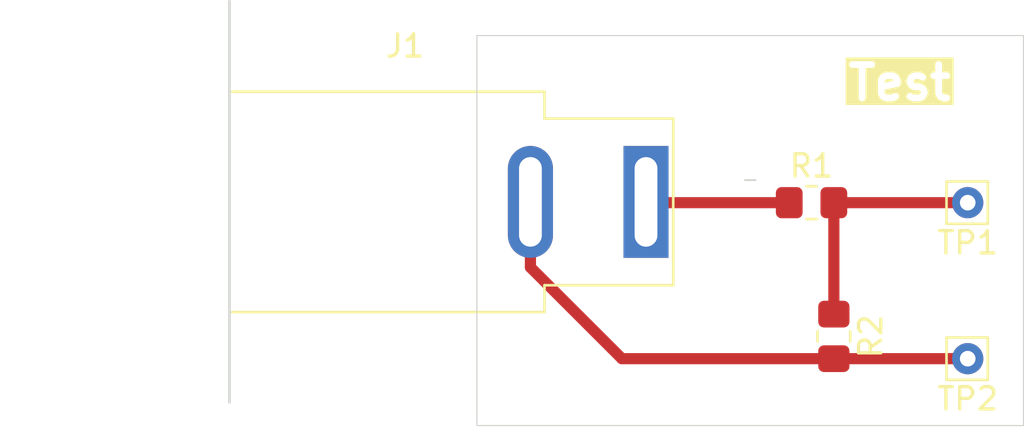
<source format=kicad_pcb>
(kicad_pcb (version 20240108) (generator "pcbnew") (generator_version "8.0")
  (layers (0 "F.Cu" signal) (31 "B.Cu" signal) (34 "B.Paste" user) (35 "F.Paste" user) (36 "B.SilkS" user "B.Silkscreen") (37 "F.SilkS" user "F.Silkscreen") (38 "B.Mask" user) (39 "F.Mask" user) (44 "Edge.Cuts" user))
  (net 0 "")
  (net 1 "Net-(R1-Pad2)")
  (net 2 "GND")
  (net 3 "Net-(J1-Pad1)")
  (footprint "Resistor_SMD:R_0805_2012Metric_Pad1.20x1.40mm_HandSolder" (layer "F.Cu") (at 164 99 -90)
    (property "Reference" "R2" (at 0 -1.65 90) (layer "F.SilkS"))
    (property "Value" "R")
    (fp_line (start -0.227064 0.735) (end 0.227064 0.735) (stroke (width 0.12)) (layer "F.SilkS"))
    (fp_line (start -0.227064 -0.735) (end 0.227064 -0.735) (stroke (width 0.12)) (layer "F.SilkS"))
    (pad "1" smd roundrect (at -1 0 270) (size 1.2 1.4) (layers "F.Cu" "F.Paste" "F.Mask") (roundrect_rratio 0.208333) (net 1 "Net-(R1-Pad2)"))
    (pad "2" smd roundrect (at 1 0 270) (size 1.2 1.4) (layers "F.Cu" "F.Paste" "F.Mask") (roundrect_rratio 0.208333) (net 2 "GND"))
  )
  (footprint "Resistor_SMD:R_0805_2012Metric_Pad1.20x1.40mm_HandSolder" (layer "F.Cu") (at 163 93)
    (property "Reference" "R1" (at 0 -1.65 360) (layer "F.SilkS"))
    (property "Value" "R")
    (fp_line (start -0.227064 -0.735) (end 0.227064 -0.735) (stroke (width 0.12)) (layer "F.SilkS"))
    (fp_line (start -0.227064 0.735) (end 0.227064 0.735) (stroke (width 0.12)) (layer "F.SilkS"))
    (pad "1" smd roundrect (at -1 0) (size 1.2 1.4) (layers "F.Cu" "F.Paste" "F.Mask") (roundrect_rratio 0.208333) (net 3 "Net-(J1-Pad1)"))
    (pad "2" smd roundrect (at 1 0) (size 1.2 1.4) (layers "F.Cu" "F.Paste" "F.Mask") (roundrect_rratio 0.208333) (net 1 "Net-(R1-Pad2)"))
  )
  (footprint "Connector_Pin:Pin_D0.7mm_L6.5mm_W1.8mm_FlatFork" (layer "F.Cu") (at 170 100)
    (property "Reference" "TP2" (at 0 1.8 0) (layer "F.SilkS"))
    (property "Value" "GND")
    (fp_line (start -0.95 -0.95) (end -0.95 0.95) (stroke (width 0.12)) (layer "F.SilkS"))
    (fp_line (start -0.95 0.95) (end 0.9 0.95) (stroke (width 0.12)) (layer "F.SilkS"))
    (fp_line (start 0.9 -0.95) (end -0.95 -0.95) (stroke (width 0.12)) (layer "F.SilkS"))
    (fp_line (start 0.9 -0.9) (end 0.9 -0.95) (stroke (width 0.12)) (layer "F.SilkS"))
    (fp_line (start 0.9 0.95) (end 0.9 -0.9) (stroke (width 0.12)) (layer "F.SilkS"))
    (pad "1" thru_hole circle (at 0 0) (size 1.4 1.4) (drill 0.7) (layers "*.Cu" "*.Mask") (net 2 "GND"))
  )
  (footprint "Connector_BarrelJack:BarrelJack_SwitchcraftConxall_RAPC10U_Horizontal" (layer "F.Cu") (at 155.58 92.965)
    (property "Reference" "J1" (at -10.8 -7 0) (layer "F.SilkS"))
    (property "Value" "Jack-DC")
    (fp_line (start -18.55 4.945) (end -4.55 4.945) (stroke (width 0.12)) (layer "F.SilkS"))
    (fp_line (start -4.55 -4.945) (end -18.55 -4.945) (stroke (width 0.12)) (layer "F.SilkS"))
    (fp_line (start -4.55 -3.74) (end -4.55 -4.945) (stroke (width 0.12)) (layer "F.SilkS"))
    (fp_line (start -4.55 3.74) (end 1.22 3.74) (stroke (width 0.12)) (layer "F.SilkS"))
    (fp_line (start -4.55 4.945) (end -4.55 3.74) (stroke (width 0.12)) (layer "F.SilkS"))
    (fp_line (start 1.22 -3.74) (end -4.55 -3.74) (stroke (width 0.12)) (layer "F.SilkS"))
    (fp_line (start 1.22 3.74) (end 1.22 -3.74) (stroke (width 0.12)) (layer "F.SilkS"))
    (fp_line (start -18.67 -9) (end -18.67 9) (stroke (width 0.12)) (layer "Edge.Cuts"))
    (pad "1" thru_hole rect (at 0 0) (size 2.02 5.02) (drill oval 1.02 4.02) (layers "*.Cu" "*.Mask") (net 3 "Net-(J1-Pad1)"))
    (pad "2" thru_hole oval (at -5.18 0) (size 2.02 5.02) (drill oval 1.02 4.02) (layers "*.Cu" "*.Mask") (net 2 "GND"))
  )
  (footprint "Connector_Pin:Pin_D0.7mm_L6.5mm_W1.8mm_FlatFork" (layer "F.Cu") (at 170 93)
    (property "Reference" "TP1" (at 0 1.8 0) (layer "F.SilkS"))
    (property "Value" "PWR")
    (fp_line (start -0.95 -0.95) (end -0.95 0.95) (stroke (width 0.12)) (layer "F.SilkS"))
    (fp_line (start -0.95 0.95) (end 0.9 0.95) (stroke (width 0.12)) (layer "F.SilkS"))
    (fp_line (start 0.9 -0.95) (end -0.95 -0.95) (stroke (width 0.12)) (layer "F.SilkS"))
    (fp_line (start 0.9 -0.9) (end 0.9 -0.95) (stroke (width 0.12)) (layer "F.SilkS"))
    (fp_line (start 0.9 0.95) (end 0.9 -0.9) (stroke (width 0.12)) (layer "F.SilkS"))
    (pad "1" thru_hole circle (at 0 0) (size 1.4 1.4) (drill 0.7) (layers "*.Cu" "*.Mask") (net 1 "Net-(R1-Pad2)"))
  )
  (gr_rect (start 148 85.5) (end 172.5 103) (stroke (width 0.05)) (fill none) (layer "Edge.Cuts"))
  (gr_rect (start 160 91.9746) (end 160.4746 92) (stroke (width 0.05)) (fill none) (layer "Edge.Cuts"))
  (gr_rect (start 160.4746 91.9746) (end 160.5 92) (stroke (width 0.05)) (fill none) (layer "Edge.Cuts"))
  (gr_text "Test" (at 164.5 88.5 0) (layer "F.SilkS" knockout) (effects (font (size 1.5 1.5) (thickness 0.3) (bold yes)) (justify left bottom)))
  (segment (start 164 98) (end 164 93) (width 0.5) (layer "F.Cu") (net 1))
  (segment (start 164 93) (end 170 93) (width 0.5) (layer "F.Cu") (net 1))
  (segment (start 154.5 100) (end 150.4 95.9) (width 0.5) (layer "F.Cu") (net 2))
  (segment (start 164 100) (end 154.5 100) (width 0.5) (layer "F.Cu") (net 2))
  (segment (start 150.4 95.9) (end 150.4 92.965) (width 0.5) (layer "F.Cu") (net 2))
  (segment (start 164 100) (end 170 100) (width 0.5) (layer "F.Cu") (net 2))
  (segment (start 155.615 93) (end 155.58 92.965) (width 0.2) (layer "F.Cu") (net 3))
  (segment (start 162 93) (end 155.615 93) (width 0.5) (layer "F.Cu") (net 3))
)
</source>
